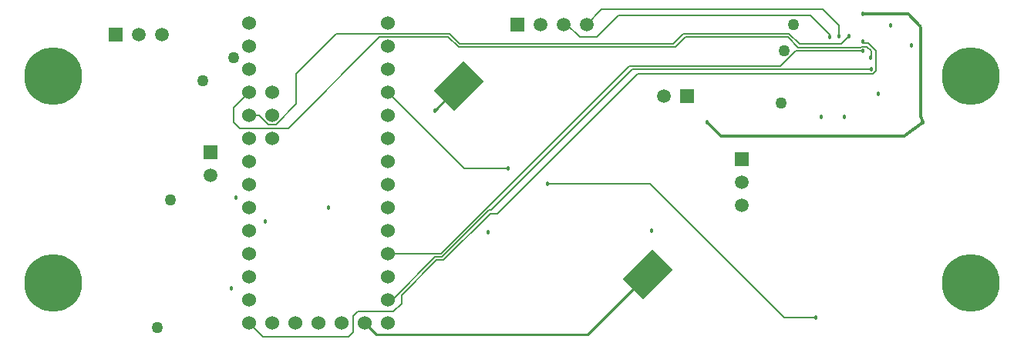
<source format=gbl>
G04*
G04 #@! TF.GenerationSoftware,Altium Limited,Altium Designer,21.9.2 (33)*
G04*
G04 Layer_Physical_Order=4*
G04 Layer_Color=16711680*
%FSLAX25Y25*%
%MOIN*%
G70*
G04*
G04 #@! TF.SameCoordinates,2C83DE0A-7195-4B62-B77E-4443F677CE33*
G04*
G04*
G04 #@! TF.FilePolarity,Positive*
G04*
G01*
G75*
%ADD12C,0.01000*%
%ADD31R,0.05906X0.05906*%
%ADD45C,0.05000*%
%ADD62C,0.00800*%
%ADD64C,0.01200*%
%ADD65C,0.06000*%
%ADD66C,0.25000*%
%ADD67C,0.05906*%
%ADD68R,0.05906X0.05906*%
%ADD69C,0.01800*%
G04:AMPARAMS|DCode=80|XSize=125.98mil|YSize=180mil|CornerRadius=0mil|HoleSize=0mil|Usage=FLASHONLY|Rotation=135.000|XOffset=0mil|YOffset=0mil|HoleType=Round|Shape=Rectangle|*
%AMROTATEDRECTD80*
4,1,4,0.10818,0.01910,-0.01910,-0.10818,-0.10818,-0.01910,0.01910,0.10818,0.10818,0.01910,0.0*
%
%ADD80ROTATEDRECTD80*%

D12*
X-245000Y-41364D02*
X-234568Y-30932D01*
X-245000Y-41500D02*
Y-41364D01*
X-275500Y-133500D02*
X-270500Y-138500D01*
X-179000D01*
X-153000Y-112500D01*
D31*
X-112500Y-62500D02*
D03*
X-342000Y-59500D02*
D03*
D45*
X-359500Y-80000D02*
D03*
X-345500Y-28500D02*
D03*
X-365189Y-135311D02*
D03*
X-332000Y-18500D02*
D03*
X-94000Y-15500D02*
D03*
X-90000Y-4000D02*
D03*
X-95500Y-38000D02*
D03*
D62*
X-95550Y-22000D02*
X-89150Y-15600D01*
X-60000D01*
X-56657Y-18616D02*
X-56500Y-18458D01*
Y-15500D01*
X-61087Y-14000D02*
X-60787Y-13700D01*
X-58300D02*
X-56500Y-15500D01*
X-60787Y-13700D02*
X-58300D01*
X-88000Y-14000D02*
X-61087D01*
X-92500Y-9500D02*
X-88000Y-14000D01*
X-308500Y-49000D02*
X-269000Y-9500D01*
X-329500Y-49000D02*
X-308500D01*
X-332000Y-46500D02*
X-329500Y-49000D01*
X-332000Y-46500D02*
Y-40000D01*
X-325500Y-33500D01*
Y-43500D02*
X-321157D01*
X-317157Y-47500D01*
X-313843D01*
X-304980Y-25530D02*
X-287550Y-8100D01*
X-313843Y-47500D02*
X-304980Y-38637D01*
Y-25530D01*
X-91900Y-8100D02*
X-87400Y-12600D01*
X-69500D01*
X-66000Y-9100D01*
X-60000Y-11600D02*
X-59300Y-12300D01*
X-57720D01*
X-54500Y-15520D01*
X-157500Y-25500D02*
X-55713D01*
X-54500Y-24287D02*
Y-15520D01*
X-55713Y-25500D02*
X-54500Y-24287D01*
X-218000Y-86000D02*
X-157500Y-25500D01*
X-325500Y-133500D02*
X-319500Y-139500D01*
X-70500Y-9100D02*
Y-4500D01*
X-179500Y-4000D02*
X-173000Y2500D01*
X-77500D01*
X-70500Y-4500D01*
X-74500Y-9600D02*
Y-8500D01*
X-287550Y-8100D02*
X-238637D01*
X-136625Y-9500D02*
X-92500D01*
X-269000D02*
X-239217D01*
X-82750Y-250D02*
X-74500Y-8500D01*
X-82750Y-250D02*
Y-90D01*
X-238637Y-8100D02*
X-234237Y-12500D01*
X-234817Y-13900D02*
X-141025D01*
X-239217Y-9500D02*
X-234817Y-13900D01*
X-141025D02*
X-136625Y-9500D01*
X-234237Y-12500D02*
X-142000D01*
X-137600Y-8100D01*
X-91900D01*
X-189500Y-4000D02*
X-188000D01*
X-182500Y-9500D01*
X-175000D01*
X-165590Y-90D01*
X-82750D01*
X-159600Y-23600D02*
X-56500D01*
X-265500Y-123500D02*
X-263480D01*
X-220600Y-84600D02*
X-159600Y-23600D01*
X-278500Y-128500D02*
X-263000D01*
X-259500Y-125000D01*
Y-121500D01*
X-280500Y-130500D02*
X-278500Y-128500D01*
X-319500Y-139500D02*
X-282500D01*
X-280500Y-137500D01*
Y-130500D01*
X-94000Y-131000D02*
X-80500D01*
X-152000Y-73000D02*
X-94000Y-131000D01*
X-196500Y-73000D02*
X-152000D01*
X-265500Y-103500D02*
X-242500D01*
X-161000Y-22000D01*
X-95550D01*
X-263480Y-123500D02*
X-244880Y-104900D01*
X-241920D01*
X-221620Y-84600D01*
X-220600D01*
X-259500Y-121500D02*
X-244300Y-106300D01*
X-241340D01*
X-221040Y-86000D01*
X-218000D01*
X-265500Y-33500D02*
X-232500Y-66500D01*
X-213500D01*
D64*
X-35000Y-43283D02*
G03*
X-34940Y-43653I1200J5D01*
G01*
X-42415Y-52500D02*
G03*
X-41680Y-52249I-0J1200D01*
G01*
X-41662Y-52235D02*
G03*
X-41679Y-52248I716J-963D01*
G01*
X-35003Y-5494D02*
G03*
X-35347Y-4653I-1200J-0D01*
G01*
X-34940Y-43653D02*
X-34000Y-46500D01*
X-35003Y-5494D02*
X-35000Y-43283D01*
X-41662Y-52235D02*
X-34000Y-46500D01*
X-41680Y-52249D02*
X-41679Y-52248D01*
X-121500Y-52500D02*
X-42415D01*
X-35351Y-4648D02*
X-35347Y-4653D01*
X-40500Y500D02*
X-35351Y-4648D01*
X-60000Y500D02*
X-40500D01*
X-127500Y-46500D02*
X-121500Y-52500D01*
D65*
X-315500Y-53500D02*
D03*
Y-43500D02*
D03*
Y-33500D02*
D03*
X-305500Y-133500D02*
D03*
X-325500Y-3500D02*
D03*
Y-13500D02*
D03*
Y-23500D02*
D03*
Y-33500D02*
D03*
Y-43500D02*
D03*
Y-53500D02*
D03*
Y-63500D02*
D03*
Y-73500D02*
D03*
Y-83500D02*
D03*
Y-93500D02*
D03*
Y-103500D02*
D03*
Y-113500D02*
D03*
Y-123500D02*
D03*
Y-133500D02*
D03*
X-315500D02*
D03*
X-295500D02*
D03*
X-285500D02*
D03*
X-275500D02*
D03*
X-265500D02*
D03*
Y-123500D02*
D03*
Y-113500D02*
D03*
Y-103500D02*
D03*
Y-93500D02*
D03*
Y-83500D02*
D03*
Y-73500D02*
D03*
Y-63500D02*
D03*
Y-53500D02*
D03*
Y-43500D02*
D03*
Y-33500D02*
D03*
Y-23500D02*
D03*
Y-13500D02*
D03*
Y-3500D02*
D03*
D66*
X-410000Y-26500D02*
D03*
X-13500D02*
D03*
Y-116000D02*
D03*
X-410000D02*
D03*
D67*
X-112500Y-72500D02*
D03*
Y-82500D02*
D03*
X-342000Y-69500D02*
D03*
X-373000Y-8500D02*
D03*
X-363000D02*
D03*
X-179500Y-4000D02*
D03*
X-189500D02*
D03*
X-199500D02*
D03*
X-146000Y-35000D02*
D03*
D68*
X-383000Y-8500D02*
D03*
X-209500Y-4000D02*
D03*
X-136000Y-35000D02*
D03*
D69*
X-34000Y-46500D02*
D03*
X-291000Y-83500D02*
D03*
X-318500Y-89500D02*
D03*
X-60000Y-11600D02*
D03*
Y-15600D02*
D03*
X-56657Y-18616D02*
D03*
X-56500Y-23600D02*
D03*
X-66000Y-9100D02*
D03*
X-70500D02*
D03*
X-74500Y-9600D02*
D03*
X-48000Y-4500D02*
D03*
X-68000Y-44100D02*
D03*
X-53500Y-34100D02*
D03*
X-39000Y-13100D02*
D03*
X-78000Y-44100D02*
D03*
X-60000Y500D02*
D03*
X-127500Y-46500D02*
D03*
X-80500Y-131000D02*
D03*
X-331000Y-79000D02*
D03*
X-333000Y-118500D02*
D03*
X-245000Y-41500D02*
D03*
X-213500Y-66500D02*
D03*
X-196500Y-73000D02*
D03*
X-222000Y-94000D02*
D03*
X-151500Y-93500D02*
D03*
D80*
X-234568Y-30932D02*
D03*
X-153000Y-112500D02*
D03*
M02*

</source>
